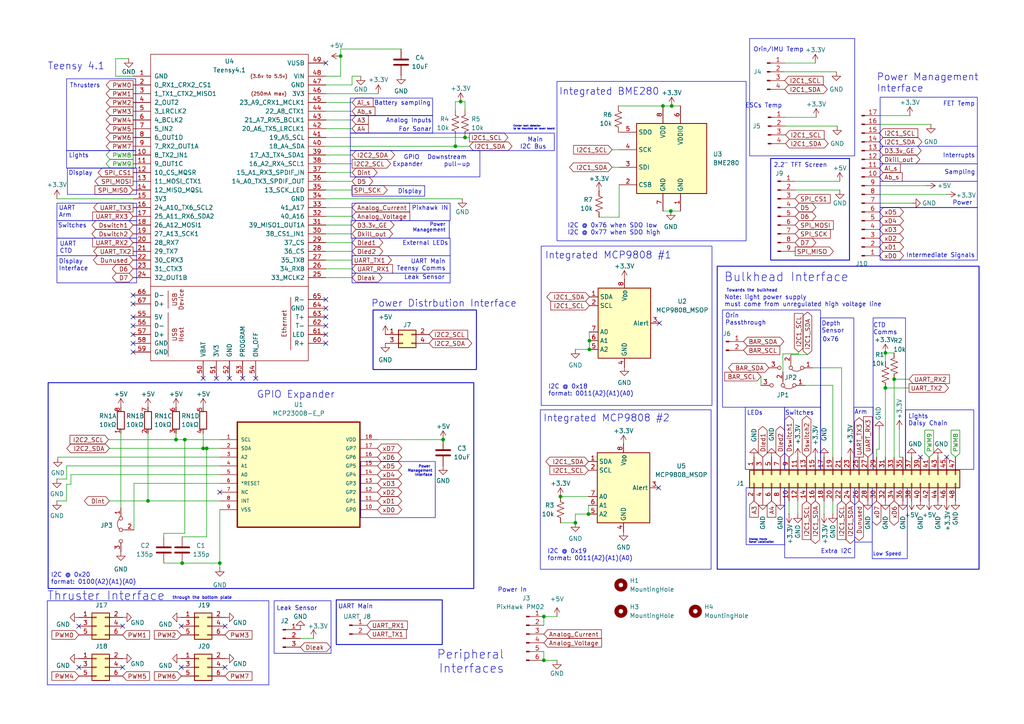
<source format=kicad_sch>
(kicad_sch (version 20231120) (generator "eeschema") (generator_version "8.0")
  (paper "A4")
  (junction (at 192.278 30.734))
  (junction (at 170.942 101.346))
  (junction (at 51.054 127.508))
  (junction (at 157.734 178.816))
  (junction (at 256.794 102.362))
  (junction (at 259.334 109.982))
  (junction (at 256.794 112.522))
  (junction (at 170.688 149.098))
  (junction (at 157.734 191.516))
  (junction (at 166.878 151.638))
  (junction (at 63.754 163.322))
  (junction (at 132.08 42.418))
  (junction (at 170.942 98.806))
  (junction (at 134.874 39.878))
  (junction (at 52.832 163.322))
  (junction (at 59.944 130.048))
  (junction (at 194.564 61.214))
  (junction (at 194.818 30.734))
  (junction (at 53.594 127.508))
  (junction (at 98.806 16.256))
  (junction (at 162.56 144.018))
  (junction (at 133.604 29.464))
  (junction (at 58.928 130.048))
  (junction (at 42.926 145.288))
  (junction (at 128.524 127.508))
  (no_connect (at 94.488 86.868))
  (no_connect (at 94.488 18.288))
  (no_connect (at 38.608 94.488))
  (no_connect (at 74.168 109.728))
  (no_connect (at 70.358 109.728))
  (no_connect (at 38.608 88.138))
  (no_connect (at 94.488 94.488))
  (no_connect (at 22.86 181.61))
  (no_connect (at 38.608 99.568))
  (no_connect (at 63.754 142.748))
  (no_connect (at 94.488 89.408))
  (no_connect (at 66.548 109.728))
  (no_connect (at 191.008 141.478))
  (no_connect (at 62.738 109.728))
  (no_connect (at 38.608 91.948))
  (no_connect (at 94.488 91.948))
  (no_connect (at 35.56 193.548))
  (no_connect (at 94.488 99.568))
  (no_connect (at 22.86 193.548))
  (no_connect (at 38.608 85.598))
  (no_connect (at 52.578 193.548))
  (no_connect (at 58.928 109.728))
  (no_connect (at 38.608 97.028))
  (no_connect (at 65.278 181.61))
  (no_connect (at 35.56 181.61))
  (no_connect (at 191.262 93.726))
  (no_connect (at 266.954 132.588))
  (no_connect (at 65.278 193.548))
  (no_connect (at 52.578 181.61))
  (no_connect (at 94.488 97.028))
  (no_connect (at 38.608 102.108))
  (no_connect (at 274.574 132.588))
  (wire (pts (xy 94.488 80.518) (xy 102.108 80.518)))
  (wire (pts (xy 194.564 61.214) (xy 197.358 61.214)))
  (wire (pts (xy 98.806 14.224) (xy 116.332 14.224)))
  (wire (pts (xy 94.488 29.718) (xy 102.108 29.718)))
  (wire (pts (xy 16.764 132.588) (xy 16.764 132.842)))
  (wire (pts (xy 98.806 16.256) (xy 98.806 22.098)))
  (wire (pts (xy 227.584 20.828) (xy 242.57 20.828)))
  (wire (pts (xy 94.488 62.738) (xy 102.108 62.738)))
  (wire (pts (xy 227.838 34.036) (xy 236.728 34.036)))
  (wire (pts (xy 235.712 106.68) (xy 244.094 106.68)))
  (wire (pts (xy 94.488 77.978) (xy 102.108 77.978)))
  (wire (pts (xy 63.754 164.592) (xy 63.754 163.322)))
  (wire (pts (xy 94.488 72.898) (xy 102.108 72.898)))
  (wire (pts (xy 20.574 137.668) (xy 20.574 140.462)))
  (wire (pts (xy 53.594 127.508) (xy 53.594 154.686)))
  (wire (pts (xy 16.764 132.588) (xy 63.754 132.588)))
  (wire (pts (xy 87.122 185.166) (xy 90.932 185.166)))
  (wire (pts (xy 19.304 135.128) (xy 63.754 135.128)))
  (wire (pts (xy 38.862 140.208) (xy 38.862 153.67)))
  (wire (pts (xy 228.854 145.288) (xy 228.854 149.098)))
  (wire (pts (xy 162.56 144.018) (xy 170.688 144.018)))
  (wire (pts (xy 94.488 47.498) (xy 102.108 47.498)))
  (wire (pts (xy 220.726 109.22) (xy 220.726 111.76)))
  (wire (pts (xy 194.818 30.734) (xy 197.358 30.734)))
  (wire (pts (xy 98.806 14.224) (xy 98.806 16.256)))
  (wire (pts (xy 94.488 39.878) (xy 134.874 39.878)))
  (wire (pts (xy 132.08 39.624) (xy 132.08 42.418)))
  (wire (pts (xy 170.942 98.806) (xy 170.942 101.346)))
  (wire (pts (xy 255.016 36.068) (xy 270.002 36.068)))
  (wire (pts (xy 19.304 140.462) (xy 19.304 145.288)))
  (wire (pts (xy 230.632 55.118) (xy 243.586 55.118)))
  (wire (pts (xy 19.304 135.128) (xy 19.304 138.938)))
  (wire (pts (xy 59.944 130.048) (xy 63.754 130.048)))
  (wire (pts (xy 162.56 151.638) (xy 166.878 151.638)))
  (wire (pts (xy 33.528 17.018) (xy 33.528 22.098)))
  (wire (pts (xy 255.016 58.928) (xy 264.414 58.928)))
  (wire (pts (xy 192.278 61.214) (xy 194.564 61.214)))
  (wire (pts (xy 63.754 140.208) (xy 38.862 140.208)))
  (wire (pts (xy 42.926 125.73) (xy 42.926 145.288)))
  (wire (pts (xy 157.734 178.816) (xy 161.544 178.816)))
  (wire (pts (xy 94.488 75.438) (xy 102.108 75.438)))
  (wire (pts (xy 234.188 102.87) (xy 229.362 102.87)))
  (wire (pts (xy 94.488 32.258) (xy 102.108 32.258)))
  (wire (pts (xy 177.546 43.434) (xy 179.578 43.434)))
  (wire (pts (xy 102.108 22.098) (xy 102.108 24.638)))
  (wire (pts (xy 227.584 18.288) (xy 236.474 18.288)))
  (wire (pts (xy 47.498 154.686) (xy 47.498 155.702)))
  (wire (pts (xy 241.554 145.288) (xy 241.554 149.098)))
  (wire (pts (xy 20.574 137.668) (xy 63.754 137.668)))
  (wire (pts (xy 256.794 112.522) (xy 263.652 112.522)))
  (wire (pts (xy 37.338 17.018) (xy 33.528 17.018)))
  (wire (pts (xy 157.734 191.516) (xy 161.544 191.516)))
  (wire (pts (xy 227.838 36.576) (xy 242.824 36.576)))
  (wire (pts (xy 132.08 32.004) (xy 132.08 29.464)))
  (wire (pts (xy 47.498 163.322) (xy 52.832 163.322)))
  (wire (pts (xy 166.878 149.098) (xy 170.688 149.098)))
  (wire (pts (xy 94.488 52.578) (xy 102.108 52.578)))
  (wire (pts (xy 231.648 102.108) (xy 231.648 102.616)))
  (wire (pts (xy 16.51 138.938) (xy 19.304 138.938)))
  (wire (pts (xy 136.144 42.418) (xy 132.08 42.418)))
  (wire (pts (xy 255.016 124.714) (xy 255.016 130.302)))
  (wire (pts (xy 255.016 56.388) (xy 274.574 56.388)))
  (wire (pts (xy 94.488 44.958) (xy 102.108 44.958)))
  (wire (pts (xy 241.554 132.588) (xy 241.554 111.76)))
  (wire (pts (xy 241.554 111.76) (xy 233.426 111.76)))
  (wire (pts (xy 255.016 130.302) (xy 254.254 130.302)))
  (wire (pts (xy 157.734 188.976) (xy 157.734 191.516)))
  (wire (pts (xy 16.51 57.658) (xy 38.608 57.658)))
  (wire (pts (xy 179.324 38.354) (xy 179.578 38.354)))
  (wire (pts (xy 102.108 22.098) (xy 104.648 22.098)))
  (wire (pts (xy 231.394 145.288) (xy 231.394 149.098)))
  (wire (pts (xy 256.794 102.362) (xy 259.334 102.362)))
  (wire (pts (xy 177.546 48.514) (xy 179.578 48.514)))
  (wire (pts (xy 259.334 109.982) (xy 263.652 109.982)))
  (wire (pts (xy 254.254 130.302) (xy 254.254 132.588)))
  (wire (pts (xy 31.75 130.048) (xy 58.928 130.048)))
  (wire (pts (xy 94.488 57.658) (xy 134.112 57.658)))
  (wire (pts (xy 35.052 125.73) (xy 35.052 147.32)))
  (wire (pts (xy 42.926 145.288) (xy 63.754 145.288)))
  (wire (pts (xy 134.874 39.878) (xy 134.874 39.624)))
  (wire (pts (xy 231.648 102.616) (xy 227.076 102.616)))
  (wire (pts (xy 52.832 155.702) (xy 59.944 155.702)))
  (wire (pts (xy 170.942 96.266) (xy 170.942 98.806)))
  (wire (pts (xy 239.014 149.098) (xy 239.014 145.288)))
  (wire (pts (xy 51.054 125.73) (xy 51.054 127.508)))
  (wire (pts (xy 53.594 154.686) (xy 47.498 154.686)))
  (wire (pts (xy 227.076 102.616) (xy 227.076 107.95)))
  (wire (pts (xy 31.75 145.288) (xy 42.926 145.288)))
  (wire (pts (xy 179.324 30.734) (xy 192.278 30.734)))
  (wire (pts (xy 134.874 29.464) (xy 134.874 32.004)))
  (wire (pts (xy 255.016 33.528) (xy 263.906 33.528)))
  (wire (pts (xy 192.278 30.734) (xy 194.818 30.734)))
  (wire (pts (xy 260.858 132.588) (xy 261.874 132.588)))
  (wire (pts (xy 102.108 24.638) (xy 94.488 24.638)))
  (wire (pts (xy 244.094 106.68) (xy 244.094 132.588)))
  (wire (pts (xy 53.594 127.508) (xy 63.754 127.508)))
  (wire (pts (xy 94.488 37.338) (xy 102.108 37.338)))
  (wire (pts (xy 256.794 102.362) (xy 256.794 104.902)))
  (wire (pts (xy 98.806 22.098) (xy 94.488 22.098)))
  (wire (pts (xy 179.578 62.992) (xy 173.736 62.992)))
  (wire (pts (xy 58.928 130.048) (xy 59.944 130.048)))
  (wire (pts (xy 166.878 151.638) (xy 166.878 149.098)))
  (wire (pts (xy 157.734 178.816) (xy 157.734 181.356)))
  (wire (pts (xy 259.334 109.982) (xy 259.334 132.588)))
  (wire (pts (xy 102.108 70.358) (xy 94.488 70.358)))
  (wire (pts (xy 132.08 42.418) (xy 94.488 42.418)))
  (wire (pts (xy 94.488 60.198) (xy 102.108 60.198)))
  (wire (pts (xy 268.732 53.848) (xy 255.016 53.848)))
  (wire (pts (xy 94.488 55.118) (xy 102.108 55.118)))
  (wire (pts (xy 31.496 127.508) (xy 51.054 127.508)))
  (wire (pts (xy 94.488 27.178) (xy 109.728 27.178)))
  (wire (pts (xy 58.928 125.73) (xy 58.928 130.048)))
  (wire (pts (xy 16.51 145.288) (xy 19.304 145.288)))
  (wire (pts (xy 33.528 22.098) (xy 38.608 22.098)))
  (wire (pts (xy 94.488 34.798) (xy 102.108 34.798)))
  (wire (pts (xy 59.944 130.048) (xy 59.944 155.702)))
  (wire (pts (xy 132.08 29.464) (xy 133.604 29.464)))
  (wire (pts (xy 109.474 127.508) (xy 128.524 127.508)))
  (wire (pts (xy 51.054 127.508) (xy 53.594 127.508)))
  (wire (pts (xy 166.878 101.346) (xy 170.942 101.346)))
  (wire (pts (xy 136.144 39.878) (xy 134.874 39.878)))
  (wire (pts (xy 20.574 140.462) (xy 19.304 140.462)))
  (wire (pts (xy 52.832 163.322) (xy 63.754 163.322)))
  (wire (pts (xy 230.632 52.578) (xy 243.586 52.578)))
  (wire (pts (xy 94.488 65.278) (xy 102.108 65.278)))
  (wire (pts (xy 170.688 146.558) (xy 170.688 149.098)))
  (wire (pts (xy 102.108 67.818) (xy 94.488 67.818)))
  (wire (pts (xy 256.794 112.522) (xy 256.794 132.588)))
  (wire (pts (xy 260.858 124.46) (xy 260.858 132.588)))
  (wire (pts (xy 179.578 53.594) (xy 179.578 62.992)))
  (wire (pts (xy 63.754 163.322) (xy 63.754 147.828)))
  (wire (pts (xy 133.604 29.464) (xy 134.874 29.464)))
  (wire (pts (xy 94.488 50.038) (xy 102.108 50.038)))
  (rectangle (start 97.536 173.99) (end 128.27 186.944) (stroke (width 0.254)))
  (rectangle (start 19.304 43.688) (end 39.37 48.768))
  (rectangle (start 223.52 45.974) (end 246.38 75.438) (stroke (width 0.254)))
  (rectangle (start 161.544 23.622) (end 216.408 69.85))
  (rectangle (start 255.27 52.578) (end 283.464 60.198))
  (rectangle (start 13.97 110.998) (end 137.414 170.688) (stroke (width 0.254)))
  (rectangle (start 13.716 174.244) (end 77.978 198.628))
  (rectangle (start 216.154 118.11) (end 227.584 136.144))
  (rectangle (start 102.108 58.928) (end 130.556 64.008))
  (rectangle (start 255.27 60.198) (end 283.464 75.438))
  (rectangle (start 227.584 118.11) (end 237.998 136.144))
  (rectangle (start 217.424 11.176) (end 247.904 45.212))
  (rectangle (start 255.27 28.194) (end 283.464 42.418))
  (rectangle (start 19.304 22.86) (end 39.37 43.688))
  (rectangle (start 156.718 118.872) (end 206.248 165.1))
  (rectangle (start 101.6 33.528) (end 125.476 38.608))
  (rectangle (start 108.204 89.916) (end 138.176 107.188) (stroke (width 0.254)))
  (rectangle (start 102.108 74.168) (end 130.556 79.248))
  (rectangle (start 253.238 92.202) (end 262.636 136.144))
  (rectangle (start 156.972 71.374) (end 206.502 117.602))
  (rectangle (start 102.108 69.088) (end 130.556 74.168))
  (rectangle (start 101.854 64.008) (end 130.302 69.088))
  (rectangle (start 216.408 141.478) (end 227.584 157.988))
  (rectangle (start 101.6 43.688) (end 139.192 51.308))
  (rectangle (start 262.636 118.872) (end 282.448 136.144))
  (rectangle (start 79.502 174.244) (end 96.012 189.484))
  (rectangle (start 255.27 42.418) (end 283.464 47.498))
  (rectangle (start 16.51 69.088) (end 39.624 74.168))
  (rectangle (start 19.558 48.768) (end 39.624 56.388))
  (rectangle (start 255.27 47.498) (end 283.464 52.578))
  (rectangle (start 247.904 141.478) (end 252.984 157.226))
  (rectangle (start 101.6 28.448) (end 125.476 33.528))
  (rectangle (start 102.108 53.848) (end 123.19 56.896))
  (rectangle (start 227.584 141.478) (end 247.904 161.798))
  (rectangle (start 101.6 38.608) (end 160.782 43.688))
  (rectangle (start 16.51 64.008) (end 39.624 69.088))
  (rectangle (start 209.55 89.916) (end 237.998 118.11))
  (rectangle (start 247.65 118.11) (end 253.238 136.144))
  (rectangle (start 104.648 133.858) (end 126.238 150.114))
  (rectangle (start 102.108 79.248) (end 130.556 82.042))
  (rectangle (start 16.51 58.928) (end 39.624 64.008))
  (rectangle (start 252.984 141.478) (end 263.144 162.052))
  (rectangle (start 208.026 77.216) (end 283.972 165.1) (stroke (width 0.254)))
  (rectangle (start 16.51 74.168) (end 39.624 82.042))
  (rectangle (start 237.998 92.202) (end 247.65 136.144))
  (text "UART Main\nTeensy Comms" (at 129.286 76.962 0) (effects (font (size 1.27 1.27)) (justify right)))
  (text "Switches" (at 16.764 65.532 0) (effects (font (size 1.27 1.27)) (justify left)))
  (text "Display \nInterface" (at 17.018 76.962 0) (effects (font (size 1.27 1.27)) (justify left)))
  (text "Power Management \nInterface" (at 254.254 24.13 0) (effects (font (size 2.032 2.032)) (justify left)))
  (text "Switches" (at 231.902 119.888 0) (effects (font (size 1.27 1.27))))
  (text "For Sonar" (at 115.57 37.592 0) (effects (font (size 1.27 1.27)) (justify left)))
  (text "Teensy 4.1" (at 22.098 19.304 0) (effects (font (size 2.032 2.032))))
  (text "Thrusters" (at 24.638 24.892 0) (effects (font (size 1.27 1.27))))
  (text "Arm" (at 249.682 119.634 0) (effects (font (size 1.27 1.27))))
  (text "Center leak detector \nto be mounted on lower board" (at 148.844 37.084 0) (effects (font (size 0.508 0.508)) (justify left)))
  (text "ESCs Temp" (at 221.488 30.734 0) (effects (font (size 1.27 1.27))))
  (text "Intermediate Signals" (at 272.796 74.168 0) (effects (font (size 1.27 1.27))))
  (text "Battery sampling" (at 124.968 29.972 0) (effects (font (size 1.27 1.27)) (justify right)))
  (text "Lights" (at 22.86 45.212 0) (effects (font (size 1.27 1.27))))
  (text "Power\nManagement" (at 129.286 66.04 0) (effects (font (size 1.016 1.016)) (justify right)))
  (text "Lights\nDaisy Chain" (at 263.398 121.92 0) (effects (font (size 1.27 1.27)) (justify left)))
  (text "Peripheral\nInterfaces" (at 146.304 192.024 0) (effects (font (size 2.54 2.54)) (justify right)))
  (text "Power Distrbution Interface" (at 128.778 88.138 0) (effects (font (size 2.032 2.032))))
  (text "Integrated BME280" (at 191.262 26.67 0) (effects (font (size 2.032 2.032)) (justify right)))
  (text "Display" (at 23.368 50.292 0) (effects (font (size 1.27 1.27))))
  (text "GPIO Expander" (at 74.422 114.554 0) (effects (font (size 2.032 2.032)) (justify left)))
  (text "Extra I2C" (at 242.57 160.02 0) (effects (font (size 1.27 1.27))))
  (text "Power" (at 279.146 58.928 0) (effects (font (size 1.27 1.27))))
  (text "Note: light power supply \nmust come from unregulated high voltage line" (at 210.058 87.376 0) (effects (font (size 1.27 1.27)) (justify left)))
  (text "I2C @ 0x76 when SDO low\nI2C @ 0x77 when SDO high" (at 164.592 66.548 0) (effects (font (size 1.27 1.27)) (justify left)))
  (text "Bulkhead Interface" (at 228.092 80.518 0) (effects (font (size 2.54 2.54))))
  (text "Low Speed" (at 257.302 160.782 0) (effects (font (size 1.016 1.016))))
  (text "Sampling" (at 278.384 50.038 0) (effects (font (size 1.27 1.27))))
  (text "Leak Sensor" (at 129.032 80.518 0) (effects (font (size 1.27 1.27)) (justify right)))
  (text "Pixhawk IN" (at 130.048 60.452 0) (effects (font (size 1.27 1.27)) (justify right)))
  (text "Orin/IMU Temp" (at 225.806 14.478 0) (effects (font (size 1.27 1.27))))
  (text "External LEDs" (at 130.048 70.612 0) (effects (font (size 1.27 1.27)) (justify right)))
  (text "I2C @ 0x18\nformat: 0011(A2)(A1)(A0)" (at 159.004 113.284 0) (effects (font (size 1.27 1.27)) (justify left)))
  (text "I2C @ 0x19\nformat: 0011(A2)(A1)(A0)" (at 158.75 161.036 0) (effects (font (size 1.27 1.27)) (justify left)))
  (text "Power In" (at 148.59 171.196 0) (effects (font (size 1.27 1.27))))
  (text "Thruster Interface" (at 30.734 172.974 0) (effects (font (size 2.54 2.54))))
  (text "Analog Inputs\nSonar Localization" (at 217.17 156.972 0) (effects (font (size 0.508 0.508)) (justify left)))
  (text "Interrupts" (at 278.13 45.212 0) (effects (font (size 1.27 1.27))))
  (text "Downstream \npull-up" (at 136.398 46.736 0) (effects (font (size 1.27 1.27)) (justify right)))
  (text "UART Main" (at 103.124 176.022 0) (effects (font (size 1.27 1.27))))
  (text "Leak Sensor" (at 86.106 176.53 0) (effects (font (size 1.27 1.27))))
  (text "CTD\nComms" (at 253.238 95.504 0) (effects (font (size 1.27 1.27)) (justify left)))
  (text "GPIO \nExpander" (at 122.682 46.736 0) (effects (font (size 1.27 1.27)) (justify right)))
  (text "Power \nManagement\nInterface" (at 125.476 136.652 0) (effects (font (size 0.762 0.762)) (justify right)))
  (text "I2C @ 0x20\nformat: 0100(A2)(A1)(A0)" (at 14.732 167.894 0) (effects (font (size 1.27 1.27)) (justify left)))
  (text "UART\nCTD" (at 17.272 71.882 0) (effects (font (size 1.27 1.27)) (justify left)))
  (text "0x76" (at 238.506 98.552 0) (effects (font (size 1.27 1.27)) (justify left)))
  (text "Main \nI2C Bus" (at 158.496 41.656 0) (effects (font (size 1.27 1.27)) (justify right)))
  (text "Integrated MCP9808 #1" (at 194.818 74.168 0) (effects (font (size 2.032 2.032)) (justify right)))
  (text "Orin \nPassthrough" (at 210.312 92.71 0) (effects (font (size 1.27 1.27)) (justify left)))
  (text "LEDs" (at 218.948 119.888 0) (effects (font (size 1.27 1.27))))
  (text "Integrated MCP9808 #2" (at 194.31 121.412 0) (effects (font (size 2.032 2.032)) (justify right)))
  (text "UART\nArm" (at 17.018 61.468 0) (effects (font (size 1.27 1.27)) (justify left)))
  (text "through the bottom plate" (at 67.31 173.482 0) (effects (font (size 0.889 0.889)) (justify right)))
  (text "FET Temp" (at 278.13 30.226 0) (effects (font (size 1.27 1.27))))
  (text "Analog Inputs" (at 125.222 35.052 0) (effects (font (size 1.27 1.27)) (justify right)))
  (text "Towards the bulkhead" (at 225.552 84.328 0) (effects (font (size 0.889 0.889)) (justify right)))
  (text "2.2\" TFT Screen" (at 232.156 48.006 0) (effects (font (size 1.27 1.27))))
  (text "Display" (at 118.872 55.626 0) (effects (font (size 1.27 1.27))))
  (text "Depth\nSensor" (at 238.252 94.996 0) (effects (font (size 1.27 1.27)) (justify left)))
  (global_label "UART_TX1" (shape output) (at 102.108 75.438 0) (property "Intersheetrefs" "${INTERSHEET_REFS}" (effects (hide yes))))
  (global_label "xD5" (shape bidirectional) (at 255.016 61.468 0) (property "Intersheetrefs" "${INTERSHEET_REFS}" (effects (hide yes))))
  (global_label "SPI_CS1" (shape input) (at 230.632 57.658 0) (property "Intersheetrefs" "${INTERSHEET_REFS}" (effects (hide yes))))
  (global_label "SPI_MOSI" (shape input) (at 230.632 65.278 0) (property "Intersheetrefs" "${INTERSHEET_REFS}" (effects (hide yes))))
  (global_label "I2C1_SCL" (shape input) (at 227.838 39.116 0) (property "Intersheetrefs" "${INTERSHEET_REFS}" (effects (hide yes))))
  (global_label "Dled1" (shape bidirectional) (at 221.234 132.588 90) (property "Intersheetrefs" "${INTERSHEET_REFS}" (effects (hide yes))))
  (global_label "UART_TX1" (shape input) (at 106.426 183.896 0) (property "Intersheetrefs" "${INTERSHEET_REFS}" (effects (hide yes))))
  (global_label "A3" (shape input) (at 218.694 145.288 270) (property "Intersheetrefs" "${INTERSHEET_REFS}" (effects (hide yes))))
  (global_label "PWM7" (shape output) (at 38.608 42.418 180) (property "Intersheetrefs" "${INTERSHEET_REFS}" (effects (hide yes))))
  (global_label "xD3" (shape bidirectional) (at 255.016 66.548 0) (property "Intersheetrefs" "${INTERSHEET_REFS}" (effects (hide yes))))
  (global_label "xD0" (shape bidirectional) (at 109.474 147.828 0) (property "Intersheetrefs" "${INTERSHEET_REFS}" (effects (hide yes))))
  (global_label "PWM5" (shape input) (at 35.56 196.088 0) (property "Intersheetrefs" "${INTERSHEET_REFS}" (effects (hide yes))))
  (global_label "A4" (shape input) (at 102.108 37.338 0) (property "Intersheetrefs" "${INTERSHEET_REFS}" (effects (hide yes))))
  (global_label "xD1" (shape bidirectional) (at 109.474 145.288 0) (property "Intersheetrefs" "${INTERSHEET_REFS}" (effects (hide yes))))
  (global_label "Dled1" (shape bidirectional) (at 102.108 70.358 0) (property "Intersheetrefs" "${INTERSHEET_REFS}" (effects (hide yes))))
  (global_label "Dled2" (shape bidirectional) (at 226.314 132.588 90) (property "Intersheetrefs" "${INTERSHEET_REFS}" (effects (hide yes))))
  (global_label "UART_TX3" (shape output) (at 38.608 60.198 180) (property "Intersheetrefs" "${INTERSHEET_REFS}" (effects (hide yes))))
  (global_label "Dswitch2" (shape bidirectional) (at 38.608 67.818 180) (property "Intersheetrefs" "${INTERSHEET_REFS}" (effects (hide yes))))
  (global_label "D5" (shape bidirectional) (at 102.108 52.578 0) (property "Intersheetrefs" "${INTERSHEET_REFS}" (effects (hide yes))))
  (global_label "I2C1_SDA" (shape bidirectional) (at 170.942 86.106 180) (property "Intersheetrefs" "${INTERSHEET_REFS}" (effects (hide yes))))
  (global_label "I2C1_SDA" (shape bidirectional) (at 177.546 48.514 180) (property "Intersheetrefs" "${INTERSHEET_REFS}" (effects (hide yes))))
  (global_label "D7" (shape bidirectional) (at 230.632 70.358 0) (property "Intersheetrefs" "${INTERSHEET_REFS}" (effects (hide yes))))
  (global_label "xD6" (shape bidirectional) (at 109.474 132.588 0) (property "Intersheetrefs" "${INTERSHEET_REFS}" (effects (hide yes))))
  (global_label "PWM9" (shape input) (at 269.494 132.588 90) (property "Intersheetrefs" "${INTERSHEET_REFS}" (effects (hide yes))))
  (global_label "Ab_s" (shape input) (at 102.108 32.258 0) (property "Intersheetrefs" "${INTERSHEET_REFS}" (effects (hide yes))))
  (global_label "D5" (shape bidirectional) (at 230.632 60.198 0) (property "Intersheetrefs" "${INTERSHEET_REFS}" (effects (hide yes))))
  (global_label "I2C1_SDA" (shape bidirectional) (at 227.838 41.656 0) (property "Intersheetrefs" "${INTERSHEET_REFS}" (effects (hide yes))))
  (global_label "PWM8" (shape input) (at 277.114 132.588 90) (property "Intersheetrefs" "${INTERSHEET_REFS}" (effects (hide yes))))
  (global_label "Ab_s" (shape input) (at 255.016 51.308 0) (property "Intersheetrefs" "${INTERSHEET_REFS}" (effects (hide yes))))
  (global_label "I2C1_SCL" (shape input) (at 244.094 145.288 270) (property "Intersheetrefs" "${INTERSHEET_REFS}" (effects (hide yes))))
  (global_label "I2C1_SDA" (shape bidirectional) (at 236.474 145.288 270) (property "Intersheetrefs" "${INTERSHEET_REFS}" (effects (hide yes))))
  (global_label "Dint" (shape bidirectional) (at 31.75 145.288 180) (property "Intersheetrefs" "${INTERSHEET_REFS}" (effects (hide yes))))
  (global_label "Dleak" (shape bidirectional) (at 102.108 80.518 0) (property "Intersheetrefs" "${INTERSHEET_REFS}" (effects (hide yes))))
  (global_label "xD4" (shape bidirectional) (at 255.016 64.008 0) (property "Intersheetrefs" "${INTERSHEET_REFS}" (effects (hide yes))))
  (global_label "PWM9" (shape output) (at 38.608 47.498 180) (property "Intersheetrefs" "${INTERSHEET_REFS}" (effects (hide yes))))
  (global_label "PWM7" (shape input) (at 65.278 196.088 0) (property "Intersheetrefs" "${INTERSHEET_REFS}" (effects (hide yes))))
  (global_label "PWM0" (shape input) (at 22.86 184.15 180) (property "Intersheetrefs" "${INTERSHEET_REFS}" (effects (hide yes))))
  (global_label "xD0" (shape bidirectional) (at 255.016 74.168 0) (property "Intersheetrefs" "${INTERSHEET_REFS}" (effects (hide yes))))
  (global_label "UART_RX3" (shape input) (at 251.714 132.588 90) (property "Intersheetrefs" "${INTERSHEET_REFS}" (effects (hide yes))))
  (global_label "xD3" (shape bidirectional) (at 109.474 140.208 0) (property "Intersheetrefs" "${INTERSHEET_REFS}" (effects (hide yes))))
  (global_label "I2C1_SCL" (shape input) (at 170.942 88.646 180) (property "Intersheetrefs" "${INTERSHEET_REFS}" (effects (hide yes))))
  (global_label "I2C2_SDA" (shape bidirectional) (at 102.108 44.958 0) (property "Intersheetrefs" "${INTERSHEET_REFS}" (effects (hide yes))))
  (global_label "BAR_SDA" (shape bidirectional) (at 215.646 99.06 0) (property "Intersheetrefs" "${INTERSHEET_REFS}" (effects (hide yes))))
  (global_label "xD7" (shape bidirectional) (at 109.474 130.048 0) (property "Intersheetrefs" "${INTERSHEET_REFS}" (effects (hide yes))))
  (global_label "UART_RX2" (shape input) (at 263.652 109.982 0) (property "Intersheetrefs" "${INTERSHEET_REFS}" (effects (hide yes))))
  (global_label "SPI_MISO" (shape input) (at 38.608 55.118 180) (property "Intersheetrefs" "${INTERSHEET_REFS}" (effects (hide yes))))
  (global_label "SPI_SCK" (shape input) (at 230.632 67.818 0) (property "Intersheetrefs" "${INTERSHEET_REFS}" (effects (hide yes))))
  (global_label "I2C1_SDA" (shape bidirectional) (at 227.584 25.908 0) (property "Intersheetrefs" "${INTERSHEET_REFS}" (effects (hide yes))))
  (global_label "I2C1_SCL" (shape input) (at 233.934 145.288 270) (property "Intersheetrefs" "${INTERSHEET_REFS}" (effects (hide yes))))
  (global_label "D7" (shape bidirectional) (at 38.608 80.518 180) (property "Intersheetrefs" "${INTERSHEET_REFS}" (effects (hide yes))))
  (global_label "Dkill_out" (shape bidirectional) (at 255.016 46.228 0) (property "Intersheetrefs" "${INTERSHEET_REFS}" (effects (hide yes))))
  (global_label "Dswitch1" (shape bidirectional) (at 38.608 65.278 180) (property "Intersheetrefs" "${INTERSHEET_REFS}" (effects (hide yes))))
  (global_label "xD2" (shape bidirectional) (at 109.474 142.748 0) (property "Intersheetrefs" "${INTERSHEET_REFS}" (effects (hide yes))))
  (global_label "PWM4" (shape output) (at 38.608 34.798 180) (property "Intersheetrefs" "${INTERSHEET_REFS}" (effects (hide yes))))
  (global_label "PWM2" (shape input) (at 52.578 184.15 180) (property "Intersheetrefs" "${INTERSHEET_REFS}" (effects (hide yes))))
  (global_label "Analog_Current" (shape input) (at 157.734 183.896 0) (property "Intersheetrefs" "${INTERSHEET_REFS}" (effects (hide yes))))
  (global_label "I2C1_SCL" (shape input) (at 227.584 23.368 0) (property "Intersheetrefs" "${INTERSHEET_REFS}" (effects (hide yes))))
  (global_label "Analog_Voltage" (shape input) (at 157.734 186.436 0) (property "Intersheetrefs" "${INTERSHEET_REFS}" (effects (hide yes))))
  (global_label "D6" (shape bidirectional) (at 230.632 62.738 0) (property "Intersheetrefs" "${INTERSHEET_REFS}" (effects (hide yes))))
  (global_label "I2C2_SDA" (shape bidirectional) (at 31.75 130.048 180) (property "Intersheetrefs" "${INTERSHEET_REFS}" (effects (hide yes))))
  (global_label "I2C1_SDA" (shape bidirectional) (at 136.144 42.418 0) (property "Intersheetrefs" "${INTERSHEET_REFS}" (effects (hide yes))))
  (global_label "Ai_s" (shape input) (at 255.016 48.768 0) (property "Intersheetrefs" "${INTERSHEET_REFS}" (effects (hide yes))))
  (global_label "I2C1_SCL" (shape input) (at 231.648 102.108 90) (property "Intersheetrefs" "${INTERSHEET_REFS}" (effects (hide yes))))
  (global_label "Dled2" (shape bidirectional) (at 102.108 72.898 0) (property "Intersheetrefs" "${INTERSHEET_REFS}" (effects (hide yes))))
  (global_label "I2C2_SCL" (shape output) (at 102.108 47.498 0) (property "Intersheetrefs" "${INTERSHEET_REFS}" (effects (hide yes))))
  (global_label "xD4" (shape bidirectional) (at 109.474 137.668 0) (property "Intersheetrefs" "${INTERSHEET_REFS}" (effects (hide yes))))
  (global_label "Analog_Voltage" (shape input) (at 102.108 62.738 0) (property "Intersheetrefs" "${INTERSHEET_REFS}" (effects (hide yes))))
  (global_label "BAR_SCL" (shape input) (at 215.646 101.6 0) (property "Intersheetrefs" "${INTERSHEET_REFS}" (effects (hide yes))))
  (global_label "I2C2_SDA" (shape bidirectional) (at 124.46 99.568 0) (property "Intersheetrefs" "${INTERSHEET_REFS}" (effects (hide yes))))
  (global_label "I2C1_SCL" (shape input) (at 170.688 136.398 180) (property "Intersheetrefs" "${INTERSHEET_REFS}" (effects (hide yes))))
  (global_label "Dunused" (shape bidirectional) (at 249.174 145.288 270) (property "Intersheetrefs" "${INTERSHEET_REFS}" (effects (hide yes))))
  (global_label "Analog_Current" (shape input) (at 102.108 60.198 0) (property "Intersheetrefs" "${INTERSHEET_REFS}" (effects (hide yes))))
  (global_label "xD7" (shape bidirectional) (at 254.254 145.288 270) (property "Intersheetrefs" "${INTERSHEET_REFS}" (effects (hide yes))))
  (global_label "PWM0" (shape output) (at 38.608 24.638 180) (property "Intersheetrefs" "${INTERSHEET_REFS}" (effects (hide yes))))
  (global_label "UART_RX1" (shape input) (at 106.426 181.356 0) (property "Intersheetrefs" "${INTERSHEET_REFS}" (effects (hide yes))))
  (global_label "xD5" (shape bidirectional) (at 109.474 135.128 0) (property "Intersheetrefs" "${INTERSHEET_REFS}" (effects (hide yes))))
  (global_label "I2C1_SCL" (shape input) (at 255.016 38.608 0) (property "Intersheetrefs" "${INTERSHEET_REFS}" (effects (hide yes))))
  (global_label "D3.3v_GE" (shape bidirectional) (at 102.108 65.278 0) (property "Intersheetrefs" "${INTERSHEET_REFS}" (effects (hide yes))))
  (global_label "I2C1_SDA" (shape bidirectional) (at 234.188 102.87 90) (property "Intersheetrefs" "${INTERSHEET_REFS}" (effects (hide yes))))
  (global_label "SPI_CS1" (shape output) (at 38.608 50.038 180) (property "Intersheetrefs" "${INTERSHEET_REFS}" (effects (hide yes))))
  (global_label "Dint" (shape bidirectional) (at 102.108 50.038 0) (property "Intersheetrefs" "${INTERSHEET_REFS}" (effects (hide yes))))
  (global_label "A3" (shape input) (at 102.108 34.798 0) (property "Intersheetrefs" "${INTERSHEET_REFS}" (effects (hide yes))))
  (global_label "UART_TX2" (shape output) (at 38.608 72.898 180) (property "Intersheetrefs" "${INTERSHEET_REFS}" (effects (hide yes))))
  (global_label "SPI_MISO" (shape output) (at 230.632 72.898 0) (property "Intersheetrefs" "${INTERSHEET_REFS}" (effects (hide yes))))
  (global_label "PWM4" (shape input) (at 22.86 196.088 180) (property "Intersheetrefs" "${INTERSHEET_REFS}" (effects (hide yes))))
  (global_label "A4" (shape input) (at 223.774 145.288 270) (property "Intersheetrefs" "${INTERSHEET_REFS}" (effects (hide yes))))
  (global_label "PWM6" (shape input) (at 52.578 196.088 180) (property "Intersheetrefs" "${INTERSHEET_REFS}" (effects (hide yes))))
  (global_label "PWM2" (shape output) (at 38.608 29.718 180) (property "Intersheetrefs" "${INTERSHEET_REFS}" (effects (hide yes))))
  (global_label "I2C2_SCL" (shape input) (at 31.496 127.508 180) (property "Intersheetrefs" "${INTERSHEET_REFS}" (effects (hide yes))))
  (global_label "I2C1_SCL" (shape input) (at 177.546 43.434 180) (property "Intersheetrefs" "${INTERSHEET_REFS}" (effects (hide yes))))
  (global_label "Ai_s" (shape input) (at 102.108 29.718 0) (property "Intersheetrefs" "${INTERSHEET_REFS}" (effects (hide yes))))
  (global_label "SPI_SCK" (shape output) (at 102.108 55.118 0) (property "Intersheetrefs" "${INTERSHEET_REFS}" (effects (hide yes))))
  (global_label "PWM6" (shape output) (at 38.608 39.878 180) (property "Intersheetrefs" "${INTERSHEET_REFS}" (effects (hide yes))))
  (global_label "I2C1_SDA" (shape bidirectional) (at 170.688 133.858 180) (property "Intersheetrefs" "${INTERSHEET_REFS}" (effects (hide yes))))
  (global_label "UART_RX2" (shape input) (at 38.608 70.358 180) (property "Intersheetrefs" "${INTERSHEET_REFS}" (effects (hide yes))))
  (global_label "PWM3" (shape output) (at 38.608 32.258 180) (property "Intersheetrefs" "${INTERSHEET_REFS}" (effects (hide yes))))
  (global_label "D6" (shape bidirectional) (at 38.608 77.978 180) (property "Intersheetrefs" "${INTERSHEET_REFS}" (effects (hide yes))))
  (global_label "I2C2_SCL" (shape input) (at 124.46 97.028 0) (property "Intersheetrefs" "${INTERSHEET_REFS}" (effects (hide yes))))
  (global_label "PWM3" (shape input) (at 65.278 184.15 0) (property "Intersheetrefs" "${INTERSHEET_REFS}" (effects (hide yes))))
  (global_label "Dkill_out" (shape bidirectional) (at 102.108 67.818 0) (property "Intersheetrefs" "${INTERSHEET_REFS}" (effects (hide yes))))
  (global_label "I2C1_SDA" (shape bidirectional) (at 246.634 145.288 270) (property "Intersheetrefs" "${INTERSHEET_REFS}" (effects (hide yes))))
  (global_label "PWM5" (shape output) (at 38.608 37.338 180) (property "Intersheetrefs" "${INTERSHEET_REFS}" (effects (hide yes))))
  (global_label "SPI_MOSI" (shape output) (at 38.608 52.578 180) (property "Intersheetrefs" "${INTERSHEET_REFS}" (effects (hide yes))))
  (global_label "BAR_SCL" (shape input) (at 220.726 109.22 180) (property "Intersheetrefs" "${INTERSHEET_REFS}" (effects (hide yes))))
  (global_label "Dunused" (shape bidirectional) (at 38.608 75.438 180) (property "Intersheetrefs" "${INTERSHEET_REFS}" (effects (hide yes))))
  (global_label "D3.3v_GE" (shape bidirectional) (at 255.016 43.688 0) (property "Intersheetrefs" "${INTERSHEET_REFS}" (effects (hide yes))))
  (global_label "UART_RX1" (shape input) (at 102.108 77.978 0) (property "Intersheetrefs" "${INTERSHEET_REFS}" (effects (hide yes))))
  (global_label "xD1" (shape bidirectional) (at 255.016 71.628 0) (property "Intersheetrefs" "${INTERSHEET_REFS}" (effects (hide yes))))
  (global_label "I2C1_SDA" (shape bidirectional) (at 255.016 41.148 0) (property "Intersheetrefs" "${INTERSHEET_REFS}" (effects (hide yes))))
  (global_label "UART_TX3" (shape output) (at 249.174 132.588 90) (property "Intersheetrefs" "${INTERSHEET_REFS}" (effects (hide yes))))
  (global_label "PWM1" (shape input) (at 35.56 184.15 0) (property "Intersheetrefs" "${INTERSHEET_REFS}" (effects (hide yes))))
  (global_label "xD2" (shape bidirectional) (at 255.016 69.088 0) (property "Intersheetrefs" "${INTERSHEET_REFS}" (effects (hide yes))))
  (global_label "Dswitch1" (shape bidirectional) (at 228.854 132.588 90) (property "Intersheetrefs" "${INTERSHEET_REFS}" (effects (hide yes))))
  (global_label "BAR_SDA" (shape bidirectional) (at 223.012 106.68 180) (property "Intersheetrefs" "${INTERSHEET_REFS}" (effects (hide yes))))
  (global_label "UART_TX2" (shape output) (at 263.652 112.522 0) (property "Intersheetrefs" "${INTERSHEET_REFS}" (effects (hide yes))))
  (global_label "PWM8" (shape output) (at 38.608 44.958 180) (property "Intersheetrefs" "${INTERSHEET_REFS}" (effects (hide yes))))
  (global_label "PWM1" (shape output) (at 38.608 27.178 180) (property "Intersheetrefs" "${INTERSHEET_REFS}" (effects (hide yes))))
  (global_label "Dleak" (shape bidirectional) (at 87.122 187.706 0) (property "Intersheetrefs" "${INTERSHEET_REFS}" (effects (hide yes))))
  (global_label "xD6" (shape bidirectional) (at 259.334 145.288 270) (property "Intersheetrefs" "${INTERSHEET_REFS}" (effects (hide yes))))
  (global_label "I2C1_SCL" (shape output) (at 136.144 39.878 0) (property "Intersheetrefs" "${INTERSHEET_REFS}" (effects (hide yes))))
  (global_label "Dswitch2" (shape bidirectional) (at 233.934 132.588 90) (property "Intersheetrefs" "${INTERSHEET_REFS}" (effects (hide yes))))
  (global_label "UART_RX3" (shape input) (at 38.608 62.738 180) (property "Intersheetrefs" "${INTERSHEET_REFS}" (effects (hide yes))))
  (symbol (lib_id "power:GND") (at 231.394 149.098 0) (unit 1)
    (property "Reference" "#PWR038" (effects (hide yes)))
    (property "Value" "GND" (at 231.394 154.178 90))
    (property "Description" "Power symbol creates a global label with name \"GND\" , ground" (effects (hide yes)))
  )
  (symbol (lib_id "power:GND") (at 65.278 179.07 90) (mirror x) (unit 1)
    (property "Reference" "#PWR083" (effects (hide yes)))
    (property "Value" "GND" (at 69.596 180.594 90))
    (property "Description" "Power symbol creates a global label with name \"GND\" , ground" (effects (hide yes)))
  )
  (symbol (lib_id "power:+3.3V") (at 133.604 29.464 0) (unit 1)
    (property "Reference" "#PWR015" (effects (hide yes)))
    (property "Value" "+3.3V" (at 133.604 25.654 0))
    (property "Description" "Power symbol creates a global label with name \"+3.3V\"" (effects (hide yes)))
  )
  (symbol (lib_id "power:GND") (at 166.878 101.346 0) (unit 1)
    (property "Reference" "#PWR048" (effects (hide yes)))
    (property "Value" "GND" (at 166.878 105.918 0))
    (property "Description" "Power symbol creates a global label with name \"GND\" , ground" (effects (hide yes)))
  )
  (symbol (lib_id "Jumper:Jumper_3_Bridged12") (at 229.362 106.68 180) (unit 1) (exclude_from_sim yes) (in_bom no)
    (property "Reference" "JP2" (at 229.362 109.474 0))
    (property "Value" "Jumper_3_Bridged12" (effects (hide yes)))
    (property "Footprint" "Jumper:SolderJumper-3_P1.3mm_Bridged2Bar12_RoundedPad1.0x1.5mm" (effects (hide yes)))
    (property "Description" "Jumper, 3-pole, pins 1+2 closed/bridged" (effects (hide yes)))
  )
  (symbol (lib_id "Connector_Generic:Conn_02x03_Odd_Even") (at 27.94 193.548 0) (unit 1)
    (property "Reference" "J18" (at 29.464 187.452 0))
    (property "Value" "Conn_02x03_Odd_Even" (effects (hide yes)))
    (property "Footprint" "Connector_PinHeader_2.54mm:PinHeader_2x03_P2.54mm_Vertical" (effects (hide yes)))
    (property "Description" "Generic connector, double row, 02x03, odd/even pin numbering scheme (row 1 odd numbers, row 2 even numbers), script generated (kicad-library-utils/schlib/autogen/connector/)" (effects (hide yes)))
  )
  (symbol (lib_id "power:+5V") (at 268.732 53.848 270) (unit 1)
    (property "Reference" "#PWR07" (effects (hide yes)))
    (property "Value" "+5V" (at 271.78 53.848 90) (effects (justify left)))
    (property "Description" "Power symbol creates a global label with name \"+5V\"" (effects (hide yes)))
  )
  (symbol (lib_id "Lab_3:R_Pack04_Split") (at 58.928 121.92 0) (unit 4)
    (property "Reference" "RN1" (at 52.578 120.65 0) (effects (justify left)))
    (property "Value" "10kΩ" (at 52.578 123.19 0) (effects (justify left)))
    (property "Footprint" "Resistor_SMD:R_Array_Convex_4x0612" (effects (hide yes)))
    (property "Description" "10k Ohm ±5% 62.5mW Power Per Element Isolated 4 Resistor Network/Array ±200ppm/°C 1206 (3216 Metric), Convex, Long Side Terminals" (effects (hide yes)))
    (property "Vendor" "DigiKey" (effects (hide yes)))
    (property "Vendor P/N" "CAY16-103J4LFCT-ND " (effects (hide yes)))
    (property "Mfr" "Bourns Inc." (effects (hide yes)))
    (property "Mfr P/N" "CAY16-103J4LF" (effects (hide yes)))
    (property "Supplier 1" "https://www.digikey.com/en/products/detail/bourns-inc/CAY16-103J4LF/431579" (effects (hide yes)))
    (property "Supplier 1 P/N" "CAY16-103J4LFCT-ND" (effects (hide yes)))
  )
  (symbol (lib_id "power:+5V") (at 128.524 127.508 0) (unit 1)
    (property "Reference" "#PWR042" (effects (hide yes)))
    (property "Value" "+5V" (at 128.524 123.698 0))
    (property "Description" "Power symbol creates a global label with name \"+5V\"" (effects (hide yes)))
  )
  (symbol (lib_id "Connector:Conn_01x09_Pin") (at 225.552 62.738 0) (unit 1)
    (property "Reference" "J9" (at 226.06 50.292 0))
    (property "Value" "Conn_01x09_Pin" (effects (hide yes)))
    (property "Footprint" "Connector_PinHeader_2.54mm:PinHeader_1x09_P2.54mm_Vertical" (effects (hide yes)))
    (property "Description" "Generic connector, single row, 01x09, script generated" (effects (hide yes)))
  )
  (symbol (lib_id "power:GND") (at 181.102 106.426 0) (unit 1)
    (property "Reference" "#PWR040" (effects (hide yes)))
    (property "Value" "GND" (at 181.102 110.998 0))
    (property "Description" "Power symbol creates a global label with name \"GND\" , ground" (effects (hide yes)))
  )
  (symbol (lib_id "Connector:Conn_01x04_Pin") (at 222.758 36.576 0) (unit 1)
    (property "Reference" "J5" (at 219.456 36.576 0))
    (property "Value" "BUS2" (effects (hide yes)))
    (property "Footprint" "Connector_PinSocket_2.54mm:PinSocket_1x04_P2.54mm_Vertical" (effects (hide yes)))
    (property "Description" "Generic connector, single row, 01x04, script generated" (effects (hide yes)))
  )
  (symbol (lib_id "power:GND") (at 116.332 21.844 0) (unit 1)
    (property "Reference" "#PWR059" (effects (hide yes)))
    (property "Value" "GND" (at 116.332 26.416 0))
    (property "Description" "Power symbol creates a global label with name \"GND\" , ground" (effects (hide yes)))
  )
  (symbol (lib_id "Device:C") (at 47.498 159.512 0) (mirror y) (unit 1)
    (property "Reference" "C2" (at 43.434 158.2419 0) (effects (justify left)))
    (property "Value" "135p" (at 44.45 160.782 0) (effects (justify left)))
    (property "Footprint" "Capacitor_SMD:C_0603_1608Metric_Pad1.08x0.95mm_HandSolder" (effects (hide yes)))
    (property "Description" "Unpolarized capacitor" (effects (hide yes)))
    (property "Supplier 1" "https://www.digikey.com/en/products/detail/murata-electronics/GRM1885C1H101JA01D/586921" (effects (hide yes)))
    (property "Supplier 1 S/N" "490-1427-1-ND" (effects (hide yes)))
  )
  (symbol (lib_id "power:GND") (at 266.954 145.288 0) (unit 1)
    (property "Reference" "#PWR076" (effects (hide yes)))
    (property "Value" "GND" (at 266.954 151.638 90))
    (property "Description" "Power symbol creates a global label with name \"GND\" , ground" (effects (hide yes)))
  )
  (symbol (lib_id "power:GND") (at 221.234 145.288 0) (unit 1)
    (property "Reference" "#PWR035" (effects (hide yes)))
    (property "Value" "GND" (at 221.234 151.638 90))
    (property "Description" "Power symbol creates a global label with name \"GND\" , ground" (effects (hide yes)))
  )
  (symbol (lib_id "Device:R_US") (at 259.334 106.172 0) (mirror y) (unit 1)
    (property "Reference" "R2" (at 259.08 98.806 0) (effects (justify right)))
    (property "Value" "10k" (at 259.08 101.346 0) (effects (justify right)))
    (property "Footprint" "Resistor_SMD:R_0805_2012Metric_Pad1.20x1.40mm_HandSolder" (effects (hide yes)))
    (property "Description" "Resistor, US symbol" (effects (hide yes)))
    (property "Supplier 1" "https://www.digikey.com/en/products/detail/panasonic-electronic-components/ERJ-6GEYJ103V/83062" (effects (hide yes)))
    (property "Supplier 1 S/N" "P10KACT-ND" (effects (hide yes)))
  )
  (symbol (lib_id "power:+3.3V") (at 173.736 55.372 0) (unit 1)
    (property "Reference" "#PWR068" (effects (hide yes)))
    (property "Value" "+3.3V" (at 173.736 51.816 0))
    (property "Description" "Power symbol creates a global label with name \"+3.3V\"" (effects (hide yes)))
  )
  (symbol (lib_id "power:+3.3V") (at 260.858 124.46 0) (unit 1)
    (property "Reference" "#PWR02" (effects (hide yes)))
    (property "Value" "+3.3V" (at 260.858 118.618 90))
    (property "Description" "Power symbol creates a global label with name \"+3.3V\"" (effects (hide yes)))
  )
  (symbol (lib_id "power:+3.3V") (at 256.794 102.362 0) (unit 1)
    (property "Reference" "#PWR01" (effects (hide yes)))
    (property "Value" "+3.3V" (at 256.54 98.552 0))
    (property "Description" "Power symbol creates a global label with name \"+3.3V\"" (effects (hide yes)))
  )
  (symbol (lib_id "power:+3.3V") (at 180.848 128.778 0) (unit 1)
    (property "Reference" "#PWR063" (effects (hide yes)))
    (property "Value" "+3.3V" (at 180.848 124.968 0))
    (property "Description" "Power symbol creates a global label with name \"+3.3V\"" (effects (hide yes)))
  )
  (symbol (lib_id "Connector_Generic:Conn_02x03_Odd_Even") (at 27.94 181.61 0) (unit 1)
    (property "Reference" "J17" (at 29.464 175.514 0))
    (property "Value" "Conn_02x03_Odd_Even" (effects (hide yes)))
    (property "Footprint" "Connector_PinHeader_2.54mm:PinHeader_2x03_P2.54mm_Vertical" (effects (hide yes)))
    (property "Description" "Generic connector, double row, 02x03, odd/even pin numbering scheme (row 1 odd numbers, row 2 even numbers), script generated (kicad-library-utils/schlib/autogen/connector/)" (effects (hide yes)))
  )
  (symbol (lib_id "Lab_3:R_Pack04_Split") (at 51.054 121.92 0) (unit 3)
    (property "Reference" "RN1" (at 44.704 120.65 0) (effects (justify left)))
    (property "Value" "10kΩ" (at 44.704 123.19 0) (effects (justify left)))
    (property "Footprint" "Resistor_SMD:R_Array_Convex_4x0612" (effects (hide yes)))
    (property "Description" "10k Ohm ±5% 62.5mW Power Per Element Isolated 4 Resistor Network/Array ±200ppm/°C 1206 (3216 Metric), Convex, Long Side Terminals" (effects (hide yes)))
    (property "Vendor" "DigiKey" (effects (hide yes)))
    (property "Vendor P/N" "CAY16-103J4LFCT-ND " (effects (hide yes)))
    (property "Mfr" "Bourns Inc." (effects (hide yes)))
    (property "Mfr P/N" "CAY16-103J4LF" (effects (hide yes)))
    (property "Supplier 1" "https://www.digikey.com/en/products/detail/bourns-inc/CAY16-103J4LF/431579" (effects (hide yes)))
    (property "Supplier 1 P/N" "CAY16-103J4LFCT-ND" (effects (hide yes)))
  )
  (symbol (lib_id "power:GND") (at 52.578 179.07 270) (unit 1)
    (property "Reference" "#PWR082" (effects (hide yes)))
    (property "Value" "GND" (at 48.006 181.102 90))
    (property "Description" "Power symbol creates a global label with name \"GND\" , ground" (effects (hide yes)))
  )
  (symbol (lib_id "power:GND") (at 272.034 145.288 0) (unit 1)
    (property "Reference" "#PWR078" (effects (hide yes)))
    (property "Value" "GND" (at 272.034 151.638 90))
    (property "Description" "Power symbol creates a global label with name \"GND\" , ground" (effects (hide yes)))
  )
  (symbol (lib_id "Connector:Conn_01x17_Pin") (at 249.936 53.848 0) (mirror x) (unit 1)
    (property "Reference" "J10" (at 249.936 76.454 0))
    (property "Value" "Conn_01x17_Pin" (effects (hide yes)))
    (property "Footprint" "Connector_PinHeader_2.54mm:PinHeader_1x17_P2.54mm_Horizontal" (effects (hide yes)))
    (property "Description" "Generic connector, single row, 01x17, script generated" (effects (hide yes)))
  )
  (symbol (lib_id "power:GND") (at 161.544 191.516 0) (unit 1)
    (property "Reference" "#PWR027" (effects (hide yes)))
    (property "Value" "GND" (at 161.544 195.326 0))
    (property "Description" "Power symbol creates a global label with name \"GND\" , ground" (effects (hide yes)))
  )
  (symbol (lib_id "power:+3.3V") (at 181.102 81.026 0) (unit 1)
    (property "Reference" "#PWR043" (effects (hide yes)))
    (property "Value" "+3.3V" (at 181.102 77.216 0))
    (property "Description" "Power symbol creates a global label with name \"+3.3V\"" (effects (hide yes)))
  )
  (symbol (lib_id "power:GND") (at 104.648 22.098 0) (unit 1)
    (property "Reference" "#PWR056" (effects (hide yes)))
    (property "Value" "GND" (at 104.648 25.908 0))
    (property "Description" "Power symbol creates a global label with name \"GND\" , ground" (effects (hide yes)))
  )
  (symbol (lib_id "power:GND") (at 166.878 151.638 0) (unit 1)
    (property "Reference" "#PWR064" (effects (hide yes)))
    (property "Value" "GND" (at 166.878 156.21 0))
    (property "Description" "Power symbol creates a global label with name \"GND\" , ground" (effects (hide yes)))
  )
  (symbol (lib_id "Device:C") (at 52.832 159.512 0) (unit 1)
    (property "Reference" "C1" (at 56.896 158.2419 0) (effects (justify left)))
    (property "Value" "135p" (at 55.88 160.782 0) (effects (justify left)))
    (property "Footprint" "Capacitor_SMD:C_0603_1608Metric_Pad1.08x0.95mm_HandSolder" (effects (hide yes)))
    (property "Description" "Unpolarized capacitor" (effects (hide yes)))
    (property "Supplier 1" "https://www.digikey.com/en/products/detail/murata-electronics/GRM1885C1H101JA01D/586921" (effects (hide yes)))
    (property "Supplier 1 S/N" "490-1427-1-ND" (effects (hide yes)))
  )
  (symbol (lib_id "Connector:Conn_01x06_Pin") (at 152.654 183.896 0) (unit 1)
    (property "Reference" "J3" (at 152.654 173.482 0))
    (property "Value" "PixHawk PM02" (at 150.876 176.022 0))
    (property "Footprint" "Connector_PinSocket_2.54mm:PinSocket_1x06_P2.54mm_Vertical" (effects (hide yes)))
    (property "Datasheet" "https://www.flyingtech.co.uk/wp-content/uploads/2020/01/Holybro_PM02_v3_PowerModule_Manual.pdf" (effects (hide yes)))
  )
  (symbol (lib_id "power:+5V") (at 42.926 118.11 0) (unit 1)
    (property "Reference" "#PWR060" (effects (hide yes)))
    (property "Value" "+5V" (at 42.926 114.3 0))
    (property "Description" "Power symbol creates a global label with name \"+5V\"" (effects (hide yes)))
  )
  (symbol (lib_id "Mechanical:MountingHole") (at 180.086 177.292 0) (unit 1) (exclude_from_sim yes) (in_bom no)
    (property "Reference" "H3" (at 182.626 176.0219 0) (effects (justify left)))
    (property "Value" "MountingHole" (at 182.626 178.5619 0) (effects (justify left)))
    (property "Footprint" "MountingHole:MountingHole_3.2mm_M3" (effects (hide yes)))
    (property "Description" "Mounting Hole without connection" (effects (hide yes)))
  )
  (symbol (lib_id "power:GND") (at 16.51 138.938 0) (unit 1)
    (property "Reference" "#PWR061" (effects (hide yes)))
    (property "Value" "GND" (at 16.51 143.256 0))
    (property "Description" "Power symbol creates a global label with name \"GND\" , ground" (effects (hide yes)))
  )
  (symbol (lib_id "power:GND") (at 35.052 160.02 0) (unit 1)
    (property "Reference" "#PWR018" (effects (hide yes)))
    (property "Value" "GND" (at 35.052 165.1 0))
    (property "Description" "Power symbol creates a global label with name \"GND\" , ground" (effects (hide yes)))
  )
  (symbol (lib_id "Mechanical:MountingHole") (at 180.086 169.672 0) (unit 1) (exclude_from_sim yes) (in_bom no)
    (property "Reference" "H1" (at 182.626 168.4019 0) (effects (justify left)))
    (property "Value" "MountingHole" (at 182.626 170.9419 0) (effects (justify left)))
    (property "Footprint" "MountingHole:MountingHole_3.2mm_M3" (effects (hide yes)))
    (property "Description" "Mounting Hole without connection" (effects (hide yes)))
  )
  (symbol (lib_id "Mechanical:MountingHole") (at 201.676 177.292 0) (unit 1) (exclude_from_sim yes) (in_bom no)
    (property "Reference" "H4" (at 204.216 176.0219 0) (effects (justify left)))
    (property "Value" "MountingHole" (at 204.216 178.5619 0) (effects (justify left)))
    (property "Footprint" "MountingHole:MountingHole_3.2mm_M3" (effects (hide yes)))
    (property "Description" "Mounting Hole without connection" (effects (hide yes)))
  )
  (symbol (lib_id "Connector:Conn_01x02_Pin") (at 101.346 181.356 0) (unit 1)
    (property "Reference" "J8" (at 106.426 178.816 0))
    (property "Value" "UART" (at 101.981 178.816 0))
    (property "Footprint" "Connector_PinSocket_2.54mm:PinSocket_1x02_P2.54mm_Vertical" (effects (hide yes)))
    (property "Description" "Generic connector, single row, 01x02, script generated" (effects (hide yes)))
  )
  (symbol (lib_id "power:GND") (at 52.578 191.008 270) (unit 1)
    (property "Reference" "#PWR084" (effects (hide yes)))
    (property "Value" "GND" (at 48.006 193.04 90))
    (property "Description" "Power symbol creates a global label with name \"GND\" , ground" (effects (hide yes)))
  )
  (symbol (lib_id "Sensor_Temperature:MCP9808_MSOP") (at 180.848 141.478 0) (unit 1)
    (property "Reference" "U5" (at 197.612 135.1594 0))
    (property "Value" "MCP9808_MSOP" (at 197.612 137.6994 0))
    (property "Footprint" "Package_SO:MSOP-8_3x3mm_P0.65mm" (effects (hide yes)))
    (property "Datasheet" "http://ww1.microchip.com/downloads/en/DeviceDoc/22203b.pdf" (effects (hide yes)))
    (property "Description" "+/-0.25C (+/-0.5C) Typical (Maximum), Digital Temperature Sensor, MSOP-8" (effects (hide yes)))
    (property "Supplier 1" "https://www.digikey.com/en/products/detail/microchip-technology/MCP9808T-E-MS/2803667" (effects (hide yes)))
    (property "Supplier 1 S/N" "MCP9808T-E/MSCT-ND" (effects (hide yes)))
  )
  (symbol (lib_id "power:+3.3V") (at 239.014 149.098 180) (unit 1)
    (property "Reference" "#PWR013" (effects (hide yes)))
    (property "Value" "+3.3V" (at 239.268 154.94 90))
    (property "Description" "Power symbol creates a global label with name \"+3.3V\"" (effects (hide yes)))
  )
  (symbol (lib_id "Device:R_US") (at 162.56 147.828 0) (unit 1)
    (property "Reference" "R3" (at 160.782 146.5579 0) (effects (justify right)))
    (property "Value" "10k" (at 160.782 149.0979 0) (effects (justify right)))
    (property "Footprint" "Resistor_SMD:R_0805_2012Metric_Pad1.20x1.40mm_HandSolder" (effects (hide yes)))
    (property "Description" "Resistor, US symbol" (effects (hide yes)))
    (property "Supplier 1" "https://www.digikey.com/en/products/detail/panasonic-electronic-components/ERJ-6GEYJ103V/83062" (effects (hide yes)))
    (property "Supplier 1 S/N" "P10KACT-ND" (effects (hide yes)))
  )
  (symbol (lib_id "power:GND") (at 264.414 132.588 180) (unit 1)
    (property "Reference" "#PWR012" (effects (hide yes)))
    (property "Value" "GND" (at 265.43 128.778 0))
    (property "Description" "Power symbol creates a global label with name \"GND\" , ground" (effects (hide yes)))
  )
  (symbol (lib_id "power:GND") (at 241.554 149.098 0) (unit 1)
    (property "Reference" "#PWR014" (effects (hide yes)))
    (property "Value" "GND" (at 241.554 154.178 90))
    (property "Description" "Power symbol creates a global label with name \"GND\" , ground" (effects (hide yes)))
  )
  (symbol (lib_id "power:GND") (at 35.56 191.008 90) (mirror x) (unit 1)
    (property "Reference" "#PWR081" (effects (hide yes)))
    (property "Value" "GND" (at 39.878 192.532 90))
    (property "Description" "Power symbol creates a global label with name \"GND\" , ground" (effects (hide yes)))
  )
  (symbol (lib_id "Connector:Conn_01x04_Pin") (at 222.504 20.828 0) (unit 1)
    (property "Reference" "J4" (at 219.71 20.828 0))
    (property "Value" "BUS1" (effects (hide yes)))
    (property "Footprint" "Connector_PinSocket_2.54mm:PinSocket_1x04_P2.54mm_Vertical" (effects (hide yes)))
    (property "Description" "Generic connector, single row, 01x04, script generated" (effects (hide yes)))
  )
  (symbol (lib_id "power:+3.3V") (at 16.51 57.658 0) (unit 1)
    (property "Reference" "#PWR071" (effects (hide yes)))
    (property "Value" "+3.3V" (at 16.51 53.594 0))
    (property "Description" "Power symbol creates a global label with name \"+3.3V\"" (effects (hide yes)))
  )
  (symbol (lib_id "Lab_3:R_Pack04_Split") (at 35.052 121.92 0) (unit 1)
    (property "Reference" "RN1" (at 28.702 120.65 0) (effects (justify left)))
    (property "Value" "10kΩ" (at 28.702 123.19 0) (effects (justify left)))
    (property "Footprint" "Resistor_SMD:R_Array_Convex_4x0612" (effects (hide yes)))
    (property "Description" "10k Ohm ±5% 62.5mW Power Per Element Isolated 4 Resistor Network/Array ±200ppm/°C 1206 (3216 Metric), Convex, Long Side Terminals" (effects (hide yes)))
    (property "Vendor" "DigiKey" (effects (hide yes)))
    (property "Vendor P/N" "CAY16-103J4LFCT-ND " (effects (hide yes)))
    (property "Mfr" "Bourns Inc." (effects (hide yes)))
    (property "Mfr P/N" "CAY16-103J4LF" (effects (hide yes)))
    (property "Supplier 1" "https://www.digikey.com/en/products/detail/bourns-inc/CAY16-103J4LF/431579" (effects (hide yes)))
    (property "Supplier 1 P/N" "CAY16-103J4LFCT-ND" (effects (hide yes)))
  )
  (symbol (lib_id "power:+3.3V") (at 274.574 56.388 270) (unit 1)
    (property "Reference" "#PWR08" (effects (hide yes)))
    (property "Value" "+3.3V" (at 280.162 56.642 90))
    (property "Description" "Power symbol creates a global label with name \"+3.3V\"" (effects (hide yes)))
  )
  (symbol (lib_id "power:+5V") (at 58.928 118.11 0) (unit 1)
    (property "Reference" "#PWR053" (effects (hide yes)))
    (property "Value" "+5V" (at 58.928 114.3 0))
    (property "Description" "Power symbol creates a global label with name \"+5V\"" (effects (hide yes)))
  )
  (symbol (lib_id "power:GND") (at 272.034 132.588 180) (unit 1)
    (property "Reference" "#PWR034" (effects (hide yes)))
    (property "Value" "GND" (at 273.05 128.778 0))
    (property "Description" "Power symbol creates a global label with name \"GND\" , ground" (effects (hide yes)))
  )
  (symbol (lib_id "power:+3.3V") (at 236.728 34.036 0) (unit 1)
    (property "Reference" "#PWR032" (effects (hide yes)))
    (property "Value" "+3.3V" (at 236.728 30.226 0))
    (property "Description" "Power symbol creates a global label with name \"+3.3V\"" (effects (hide yes)))
  )
  (symbol (lib_id "Imported:MCP23008-E_P") (at 86.614 135.128 0) (unit 1)
    (property "Reference" "U1" (at 86.614 117.348 0))
    (property "Value" "MCP23008-E_P" (at 86.614 119.888 0))
    (property "Footprint" "Imported Footprints:MCP3008" (effects (hide yes)))
    (property "Datasheet" "https://ww1.microchip.com/downloads/en/DeviceDoc/MCP23008-MCP23S08-Data-Sheet-20001919F.pdf" (effects (hide yes)))
    (property "MPN" "MCP23008-E/P" (effects (hide yes)))
    (property "SUPPLIER" "Microchip" (effects (hide yes)))
    (property "OC_NEWARK" "08J8737" (effects (hide yes)))
    (property "OC_FARNELL" "1439387" (effects (hide yes)))
    (property "PACKAGE" "18DIP" (effects (hide yes)))
    (property "Supplier 1" "https://www.digikey.com/en/products/detail/microchip-technology/MCP23008-E-P/735951?gclsrc=aw.ds&&utm_adgroup=&utm_source=google&utm_medium=cpc&utm_campaign=PMax%20Supplier_Focus%20Supplier&utm_term=&utm_content=&utm_id=go_cmp-20243063242_adg-_ad-__dev-c_ext-_prd-735951_sig-CjwKCAiA5Ka9BhB5EiwA1ZVtvESuOTDoldZRu_MK81sSYvYK_OP2BpEv8juOinewNN0qMlJE0ReFFhoCIFEQAvD_BwE&gad_source=1&gclid=CjwKCAiA5Ka9BhB5EiwA1ZVtvESuOTDoldZRu_MK81sSYvYK_OP2BpEv8juOinewNN0qMlJE0ReFFhoCIFEQAvD_BwE&gclsrc=aw.ds" (effects (hide yes)))
    (property "Supplier 1 S/N" "MCP23008-E/P-ND" (effects (hide yes)))
  )
  (symbol (lib_id "power:GND") (at 180.848 154.178 0) (unit 1)
    (property "Reference" "#PWR065" (effects (hide yes)))
    (property "Value" "GND" (at 180.848 158.75 0))
    (property "Description" "Power symbol creates a global label with name \"GND\" , ground" (effects (hide yes)))
  )
  (symbol (lib_id "power:+3.3V") (at 162.56 144.018 0) (unit 1)
    (property "Reference" "#PWR067" (effects (hide yes)))
    (property "Value" "+3.3V" (at 162.56 140.208 0))
    (property "Description" "Power symbol creates a global label with name \"+3.3V\"" (effects (hide yes)))
  )
  (symbol (lib_id "power:+3.3V") (at 236.474 18.288 0) (unit 1)
    (property "Reference" "#PWR028" (effects (hide yes)))
    (property "Value" "+3.3V" (at 236.474 14.478 0))
    (property "Description" "Power symbol creates a global label with name \"+3.3V\"" (effects (hide yes)))
  )
  (symbol (lib_id "power:+3.3V") (at 228.854 149.098 180) (unit 1)
    (property "Reference" "#PWR037" (effects (hide yes)))
    (property "Value" "+3.3V" (at 229.108 154.94 90))
    (property "Description" "Power symbol creates a global label with name \"+3.3V\"" (effects (hide yes)))
  )
  (symbol (lib_id "power:GND") (at 22.86 191.008 270) (unit 1)
    (property "Reference" "#PWR047" (effects (hide yes)))
    (property "Value" "GND" (at 18.288 193.04 90))
    (property "Description" "Power symbol creates a global label with name \"GND\" , ground" (effects (hide yes)))
  )
  (symbol (lib_id "Sensor:BME280") (at 194.818 45.974 0) (mirror y) (unit 1)
    (property "Reference" "U3" (at 206.756 44.7039 0) (effects (justify right)))
    (property "Value" "BME280" (at 206.756 47.2439 0) (effects (justify right)))
    (property "Footprint" "Imported Footprints:BME280" (effects (hide yes)))
    (property "Datasheet" "https://www.bosch-sensortec.com/media/boschsensortec/downloads/datasheets/bst-bme280-ds002.pdf" (effects (hide yes)))
    (property "Description" "3-in-1 sensor, humidity, pressure, temperature, I2C and SPI interface, 1.71-3.6V, LGA-8" (effects (hide yes)))
    (property "Supplier 1" "https://www.digikey.com/en/products/detail/bosch-sensortec/BME280/6136306" (effects (hide yes)))
    (property "Supplier 1 S/N" "828-1063-1-ND" (effects (hide yes)))
  )
  (symbol (lib_id "Jumper:Jumper_3_Bridged12") (at 227.076 111.76 180) (unit 1) (exclude_from_sim yes) (in_bom no)
    (property "Reference" "JP1" (at 227.076 114.554 0))
    (property "Value" "Jumper_3_Bridged12" (effects (hide yes)))
    (property "Footprint" "Jumper:SolderJumper-3_P1.3mm_Bridged2Bar12_RoundedPad1.0x1.5mm" (effects (hide yes)))
    (property "Description" "Jumper, 3-pole, pins 1+2 closed/bridged" (effects (hide yes)))
  )
  (symbol (lib_id "Connector_Generic:Conn_02x03_Odd_Even") (at 57.658 193.548 0) (unit 1)
    (property "Reference" "J20" (at 59.182 187.452 0))
    (property "Value" "Conn_02x03_Odd_Even" (effects (hide yes)))
    (property "Footprint" "Connector_PinHeader_2.54mm:PinHeader_2x03_P2.54mm_Vertical" (effects (hide yes)))
    (property "Description" "Generic connector, double row, 02x03, odd/even pin numbering scheme (row 1 odd numbers, row 2 even numbers), script generated (kicad-library-utils/schlib/autogen/connector/)" (effects (hide yes)))
  )
  (symbol (lib_id "power:+5V") (at 111.76 97.028 0) (unit 1)
    (property "Reference" "#PWR030" (effects (hide yes)))
    (property "Value" "+5V" (at 111.76 91.948 0))
    (property "Description" "Power symbol creates a global label with name \"+5V\"" (effects (hide yes)))
  )
  (symbol (lib_id "power:+3.3V") (at 263.906 33.528 0) (unit 1)
    (property "Reference" "#PWR05" (effects (hide yes)))
    (property "Value" "+3.3V" (at 263.906 29.718 0))
    (property "Description" "Power symbol creates a global label with name \"+3.3V\"" (effects (hide yes)))
  )
  (symbol (lib_id "power:+3.3V") (at 109.728 27.178 0) (unit 1)
    (property "Reference" "#PWR058" (effects (hide yes)))
    (property "Value" "+3.3V" (at 109.728 23.114 0))
    (property "Description" "Power symbol creates a global label with name \"+3.3V\"" (effects (hide yes)))
  )
  (symbol (lib_id "power:GND") (at 256.794 145.288 0) (unit 1)
    (property "Reference" "#PWR074" (effects (hide yes)))
    (property "Value" "GND" (at 256.794 151.638 90))
    (property "Description" "Power symbol creates a global label with name \"GND\" , ground" (effects (hide yes)))
  )
  (symbol (lib_id "power:+3.3V") (at 231.394 132.588 0) (unit 1)
    (property "Reference" "#PWR021" (effects (hide yes)))
    (property "Value" "+3.3V" (at 231.394 125.984 90))
    (property "Description" "Power symbol creates a global label with name \"+3.3V\"" (effects (hide yes)))
  )
  (symbol (lib_id "power:GND") (at 261.874 145.288 0) (unit 1)
    (property "Reference" "#PWR075" (effects (hide yes)))
    (property "Value" "GND" (at 261.874 151.638 90))
    (property "Description" "Power symbol creates a global label with name \"GND\" , ground" (effects (hide yes)))
  )
  (symbol (lib_id "power:GND") (at 251.714 145.288 0) (unit 1)
    (property "Reference" "#PWR070" (effects (hide yes)))
    (property "Value" "GND" (at 251.714 151.638 90))
    (property "Description" "Power symbol creates a global label with name \"GND\" , ground" (effects (hide yes)))
  )
  (symbol (lib_id "power:GND") (at 22.86 179.07 270) (unit 1)
    (property "Reference" "#PWR046" (effects (hide yes)))
    (property "Value" "GND" (at 18.288 181.102 90))
    (property "Description" "Power symbol creates a global label with name \"GND\" , ground" (effects (hide yes)))
  )
  (symbol (lib_id "power:GND") (at 255.016 124.714 180) (unit 1)
    (property "Reference" "#PWR03" (effects (hide yes)))
    (property "Value" "GND" (at 254.762 119.888 90))
    (property "Description" "Power symbol creates a global label with name \"GND\" , ground" (effects (hide yes)))
  )
  (symbol (lib_id "Device:C") (at 128.524 131.318 0) (unit 1)
    (property "Reference" "C3" (at 132.588 130.0479 0) (effects (justify left)))
    (property "Value" "10uF" (at 131.572 132.588 0) (effects (justify left)))
    (property "Footprint" "Capacitor_SMD:C_0805_2012Metric_Pad1.18x1.45mm_HandSolder" (effects (hide yes)))
    (property "Description" "Unpolarized capacitor" (effects (hide yes)))
    (property "Supplier 1" "https://www.digikey.com/en/products/detail/murata-electronics/GRM21BR61C106KE15K/2546903" (effects (hide yes)))
    (property "Supplier 1 S/N" "490-6473-1-ND" (effects (hide yes)))
  )
  (symbol (lib_id "power:+3.3V") (at 90.932 185.166 0) (unit 1)
    (property "Reference" "#PWR020" (effects (hide yes)))
    (property "Value" "+3.3V" (at 92.202 181.61 0))
    (property "Description" "Power symbol creates a global label with name \"+3.3V\"" (effects (hide yes)))
  )
  (symbol (lib_id "power:+5V") (at 98.806 16.256 90) (unit 1)
    (property "Reference" "#PWR055" (effects (hide yes)))
    (property "Value" "+5V" (at 97.536 13.208 90))
    (property "Description" "Power symbol creates a global label with name \"+5V\"" (effects (hide yes)))
  )
  (symbol (lib_id "power:+5V") (at 51.054 118.11 0) (unit 1)
    (property "Reference" "#PWR051" (effects (hide yes)))
    (property "Value" "+5V" (at 51.054 114.3 0))
    (property "Description" "Power symbol creates a global label with name \"+5V\"" (effects (hide yes)))
  )
  (symbol (lib_id "power:GND") (at 242.824 36.576 0) (unit 1)
    (property "Reference" "#PWR033" (effects (hide yes)))
    (property "Value" "GND" (at 242.824 41.656 0))
    (property "Description" "Power symbol creates a global label with name \"GND\" , ground" (effects (hide yes)))
  )
  (symbol (lib_id "Connector_Generic:Conn_02x24_Odd_Even") (at 246.634 137.668 90) (mirror x) (unit 1)
    (property "Reference" "J1" (at 215.9 140.2081 90) (effects (justify left)))
    (property "Value" "Conn_02x24_Odd_Even" (effects (hide yes)))
    (property "Footprint" "Connector_PinSocket_2.54mm:PinSocket_2x24_P2.54mm_Horizontal" (effects (hide yes)))
    (property "Description" "Generic connector, double row, 02x24, odd/even pin numbering scheme (row 1 odd numbers, row 2 even numbers), script generated (kicad-library-utils/schlib/autogen/connector/)" (effects (hide yes)))
  )
  (symbol (lib_id "power:+3.3V") (at 194.818 30.734 0) (unit 1)
    (property "Reference" "#PWR045" (effects (hide yes)))
    (property "Value" "+3.3V" (at 194.818 26.924 0))
    (property "Description" "Power symbol creates a global label with name \"+3.3V\"" (effects (hide yes)))
  )
  (symbol (lib_id "power:GND") (at 270.002 36.068 0) (unit 1)
    (property "Reference" "#PWR06" (effects (hide yes)))
    (property "Value" "GND" (at 270.002 41.148 0))
    (property "Description" "Power symbol creates a global label with name \"GND\" , ground" (effects (hide yes)))
  )
  (symbol (lib_id "Device:R_US") (at 134.874 35.814 0) (mirror y) (unit 1)
    (property "Reference" "R5" (at 136.652 34.5439 0) (effects (justify right)))
    (property "Value" "10k" (at 136.652 37.0839 0) (effects (justify right)))
    (property "Footprint" "Resistor_SMD:R_0805_2012Metric_Pad1.20x1.40mm_HandSolder" (effects (hide yes)))
    (property "Description" "Resistor, US symbol" (effects (hide yes)))
    (property "Supplier 1" "https://www.digikey.com/en/products/detail/panasonic-electronic-components/ERJ-6GEYJ103V/83062" (effects (hide yes)))
    (property "Supplier 1 S/N" "P10KACT-ND" (effects (hide yes)))
  )
  (symbol (lib_id "power:GND") (at 277.114 145.288 0) (unit 1)
    (property "Reference" "#PWR080" (effects (hide yes)))
    (property "Value" "GND" (at 277.114 150.368 90))
    (property "Description" "Power symbol creates a global label with name \"GND\" , ground" (effects (hide yes)))
  )
  (symbol (lib_id "Device:R_US") (at 132.08 35.814 0) (unit 1)
    (property "Reference" "R4" (at 130.302 34.5439 0) (effects (justify right)))
    (property "Value" "10k" (at 130.302 37.0839 0) (effects (justify right)))
    (property "Footprint" "Resistor_SMD:R_0805_2012Metric_Pad1.20x1.40mm_HandSolder" (effects (hide yes)))
    (property "Description" "Resistor, US symbol" (effects (hide yes)))
    (property "Supplier 1" "https://www.digikey.com/en/products/detail/panasonic-electronic-components/ERJ-6GEYJ103V/83062" (effects (hide yes)))
    (property "Supplier 1 S/N" "P10KACT-ND" (effects (hide yes)))
  )
  (symbol (lib_id "power:+5V") (at 35.052 118.11 0) (unit 1)
    (property "Reference" "#PWR049" (effects (hide yes)))
    (property "Value" "+5V" (at 35.052 114.3 0))
    (property "Description" "Power symbol creates a global label with name \"+5V\"" (effects (hide yes)))
  )
  (symbol (lib_id "Connector:Conn_01x02_Pin") (at 210.566 99.06 0) (unit 1)
    (property "Reference" "J6" (at 210.82 96.774 0))
    (property "Value" "Conn_01x02_Pin" (effects (hide yes)))
    (property "Footprint" "Connector_PinHeader_2.54mm:PinHeader_1x02_P2.54mm_Vertical" (effects (hide yes)))
    (property "Description" "Generic connector, single row, 01x02, script generated" (effects (hide yes)))
  )
  (symbol (lib_id "Device:C") (at 116.332 18.034 0) (unit 1)
    (property "Reference" "C4" (at 120.396 16.7639 0) (effects (justify left)))
    (property "Value" "10uF" (at 119.38 19.304 0) (effects (justify left)))
    (property "Footprint" "Capacitor_SMD:C_0805_2012Metric_Pad1.18x1.45mm_HandSolder" (effects (hide yes)))
    (property "Description" "Unpolarized capacitor" (effects (hide yes)))
    (property "Supplier 1" "https://www.digikey.com/en/products/detail/murata-electronics/GRM21BR61C106KE15K/2546903" (effects (hide yes)))
    (property "Supplier 1 S/N" "490-6473-1-ND" (effects (hide yes)))
  )
  (symbol (lib_id "power:GND") (at 242.57 20.828 0) (unit 1)
    (property "Reference" "#PWR031" (effects (hide yes)))
    (property "Value" "GND" (at 242.57 25.908 0))
    (property "Description" "Power symbol creates a global label with name \"GND\" , ground" (effects (hide yes)))
  )
  (symbol (lib_id "power:GND") (at 35.56 179.07 90) (mirror x) (unit 1)
    (property "Reference" "#PWR04" (effects (hide yes)))
    (property "Value" "GND" (at 39.878 180.594 90))
    (property "Description" "Power symbol creates a global label with name \"GND\" , ground" (effects (hide yes)))
  )
  (symbol (lib_id "power:GND") (at 37.338 17.018 0) (unit 1)
    (property "Reference" "#PWR052" (effects (hide yes)))
    (property "Value" "GND" (at 37.338 20.828 0))
    (property "Description" "Power symbol creates a global label with name \"GND\" , ground" (effects (hide yes)))
  )
  (symbol (lib_id "Lab_3:R_Pack04_Split") (at 42.926 121.92 0) (unit 2)
    (property "Reference" "RN1" (at 36.576 120.65 0) (effects (justify left)))
    (property "Value" "10kΩ" (at 36.576 123.19 0) (effects (justify left)))
    (property "Footprint" "Resistor_SMD:R_Array_Convex_4x0612" (effects (hide yes)))
    (property "Description" "10k Ohm ±5% 62.5mW Power Per Element Isolated 4 Resistor Network/Array ±200ppm/°C 1206 (3216 Metric), Convex, Long Side Terminals" (effects (hide yes)))
    (property "Vendor" "DigiKey" (effects (hide yes)))
    (property "Vendor P/N" "CAY16-103J4LFCT-ND " (effects (hide yes)))
    (property "Mfr" "Bourns Inc." (effects (hide yes)))
    (property "Mfr P/N" "CAY16-103J4LF" (effects (hide yes)))
    (property "Supplier 1" "https://www.digikey.com/en/products/detail/bourns-inc/CAY16-103J4LF/431579" (effects (hide yes)))
    (property "Supplier 1 P/N" "CAY16-103J4LFCT-ND" (effects (hide yes)))
  )
  (symbol (lib_id "Sensor_Temperature:MCP9808_MSOP") (at 181.102 93.726 0) (unit 1)
    (property "Reference" "U2" (at 197.866 87.4074 0))
    (property "Value" "MCP9808_MSOP" (at 197.866 89.9474 0))
    (property "Footprint" "Package_SO:MSOP-8_3x3mm_P0.65mm" (effects (hide yes)))
    (property "Datasheet" "http://ww1.microchip.com/downloads/en/DeviceDoc/22203b.pdf" (effects (hide yes)))
    (property "Description" "+/-0.25C (+/-0.5C) Typical (Maximum), Digital Temperature Sensor, MSOP-8" (effects (hide yes)))
    (property "Supplier 1" "https://www.digikey.com/en/products/detail/microchip-technology/MCP9808T-E-MS/2803667" (effects (hide yes)))
    (property "Supplier 1 S/N" "MCP9808T-E/MSCT-ND" (effects (hide yes)))
  )
  (symbol (lib_id "power:+5V") (at 243.586 52.578 0) (unit 1)
    (property "Reference" "#PWR066" (effects (hide yes)))
    (property "Value" "+5V" (at 243.586 48.768 0))
    (property "Description" "Power symbol creates a global label with name \"+5V\"" (effects (hide yes)))
  )
  (symbol (lib_id "Jumper:Jumper_3_Bridged12") (at 35.052 153.67 90) (mirror x) (unit 1) (exclude_from_sim yes) (in_bom no)
    (property "Reference" "JP3" (at 32.766 152.3999 90) (effects (justify left)))
    (property "Value" "Jumper_3_Bridged12" (effects (hide yes)))
    (property "Footprint" "Jumper:SolderJumper-3_P1.3mm_Bridged2Bar12_RoundedPad1.0x1.5mm" (effects (hide yes)))
    (property "Description" "Jumper, 3-pole, pins 1+2 closed/bridged" (effects (hide yes)))
  )
  (symbol (lib_id "power:GND") (at 243.586 55.118 0) (unit 1)
    (property "Reference" "#PWR073" (effects (hide yes)))
    (property "Value" "GND" (at 243.586 58.928 0))
    (property "Description" "Power symbol creates a global label with name \"GND\" , ground" (effects (hide yes)))
  )
  (symbol (lib_id "power:+5V") (at 264.414 145.288 180) (unit 1)
    (property "Reference" "#PWR057" (effects (hide yes)))
    (property "Value" "+5V" (at 264.414 149.352 0))
    (property "Description" "Power symbol creates a global label with name \"+5V\"" (effects (hide yes)))
  )
  (symbol (lib_id "power:GND") (at 65.278 191.008 90) (mirror x) (unit 1)
    (property "Reference" "#PWR085" (effects (hide yes)))
    (property "Value" "GND" (at 69.596 192.532 90))
    (property "Description" "Power symbol creates a global label with name \"GND\" , ground" (effects (hide yes)))
  )
  (symbol (lib_id "Connector:Conn_01x03_Pin") (at 82.042 185.166 0) (unit 1)
    (property "Reference" "J2" (at 82.55 180.086 0))
    (property "Value" "Conn_01x03_Pin" (effects (hide yes)))
    (property "Footprint" "Connector_PinHeader_2.54mm:PinHeader_1x03_P2.54mm_Vertical" (effects (hide yes)))
    (property "Description" "Generic connector, single row, 01x03, script generated" (effects (hide yes)))
  )
  (symbol (lib_id "power:+3.3V") (at 246.634 132.588 0) (unit 1)
    (property "Reference" "#PWR024" (effects (hide yes)))
    (property "Value" "+3.3V" (at 246.634 125.984 90))
    (property "Description" "Power symbol creates a global label with name \"+3.3V\"" (effects (hide yes)))
  )
  (symbol (lib_id "power:GND") (at 134.112 57.658 0) (unit 1)
    (property "Reference" "#PWR072" (effects (hide yes)))
    (property "Value" "GND" (at 134.112 61.468 0))
    (property "Description" "Power symbol creates a global label with name \"GND\" , ground" (effects (hide yes)))
  )
  (symbol (lib_id "power:GND") (at 111.76 99.568 0) (unit 1)
    (property "Reference" "#PWR029" (effects (hide yes)))
    (property "Value" "GND" (at 111.76 104.394 0))
    (property "Description" "Power symbol creates a global label with name \"GND\" , ground" (effects (hide yes)))
  )
  (symbol (lib_id "power:GND") (at 16.764 132.842 0) (unit 1)
    (property "Reference" "#PWR039" (effects (hide yes)))
    (property "Value" "GND" (at 16.764 137.16 0))
    (property "Description" "Power symbol creates a global label with name \"GND\" , ground" (effects (hide yes)))
  )
  (symbol (lib_id "power:+3.3V") (at 236.474 132.588 0) (unit 1)
    (property "Reference" "#PWR022" (effects (hide yes)))
    (property "Value" "+3.3V" (at 236.474 126.238 90))
    (property "Description" "Power symbol creates a global label with name \"+3.3V\"" (effects (hide yes)))
  )
  (symbol (lib_id "power:GND") (at 16.51 145.288 0) (unit 1)
    (property "Reference" "#PWR062" (effects (hide yes)))
    (property "Value" "GND" (at 16.51 149.606 0))
    (property "Description" "Power symbol creates a global label with name \"GND\" , ground" (effects (hide yes)))
  )
  (symbol (lib_id "Device:R_US") (at 173.736 59.182 0) (unit 1)
    (property "Reference" "R7" (at 171.958 57.9119 0) (effects (justify right)))
    (property "Value" "10k" (at 171.958 60.4519 0) (effects (justify right)))
    (property "Footprint" "Resistor_SMD:R_0805_2012Metric_Pad1.20x1.40mm_HandSolder" (effects (hide yes)))
    (property "Description" "Resistor, US symbol" (effects (hide yes)))
    (property "Supplier 1" "https://www.digikey.com/en/products/detail/panasonic-electronic-components/ERJ-6GEYJ103V/83062" (effects (hide yes)))
    (property "Supplier 1 S/N" "P10KACT-ND" (effects (hide yes)))
  )
  (symbol (lib_id "power:GND") (at 264.414 58.928 90) (unit 1)
    (property "Reference" "#PWR09" (effects (hide yes)))
    (property "Value" "GND" (at 269.494 58.928 90))
    (property "Description" "Power symbol creates a global label with name \"GND\" , ground" (effects (hide yes)))
  )
  (symbol (lib_id "power:GND") (at 239.014 132.588 180) (unit 1)
    (property "Reference" "#PWR025" (effects (hide yes)))
    (property "Value" "GND" (at 239.014 125.984 90))
    (property "Description" "Power symbol creates a global label with name \"GND\" , ground" (effects (hide yes)))
  )
  (symbol (lib_id "power:+3.3V") (at 274.574 145.288 180) (unit 1)
    (property "Reference" "#PWR079" (effects (hide yes)))
    (property "Value" "+3.3V" (at 274.828 151.13 90))
    (property "Description" "Power symbol creates a global label with name \"+3.3V\"" (effects (hide yes)))
  )
  (symbol (lib_id "Device:R_US") (at 179.324 34.544 0) (unit 1)
    (property "Reference" "R6" (at 177.546 33.2739 0) (effects (justify right)))
    (property "Value" "10k" (at 177.546 35.8139 0) (effects (justify right)))
    (property "Footprint" "Resistor_SMD:R_0805_2012Metric_Pad1.20x1.40mm_HandSolder" (effects (hide yes)))
    (property "Description" "Resistor, US symbol" (effects (hide yes)))
    (property "Supplier 1" "https://www.digikey.com/en/products/detail/panasonic-electronic-components/ERJ-6GEYJ103V/83062" (effects (hide yes)))
    (property "Supplier 1 S/N" "P10KACT-ND" (effects (hide yes)))
  )
  (symbol (lib_id "power:GND") (at 87.122 182.626 180) (unit 1)
    (property "Reference" "#PWR019" (effects (hide yes)))
    (property "Value" "GND" (at 87.122 178.816 0))
    (property "Description" "Power symbol creates a global label with name \"GND\" , ground" (effects (hide yes)))
  )
  (symbol (lib_id "power:GND") (at 63.754 164.592 0) (unit 1)
    (property "Reference" "#PWR041" (effects (hide yes)))
    (property "Value" "GND" (at 63.754 169.672 0))
    (property "Description" "Power symbol creates a global label with name \"GND\" , ground" (effects (hide yes)))
  )
  (symbol (lib_id "power:GND") (at 226.314 145.288 0) (unit 1)
    (property "Reference" "#PWR036" (effects (hide yes)))
    (property "Value" "GND" (at 226.314 151.638 90))
    (property "Description" "Power symbol creates a global label with name \"GND\" , ground" (effects (hide yes)))
  )
  (symbol (lib_id "power:GND") (at 223.774 132.588 180) (unit 1)
    (property "Reference" "#PWR017" (effects (hide yes)))
    (property "Value" "GND" (at 223.774 125.984 90))
    (property "Description" "Power symbol creates a global label with name \"GND\" , ground" (effects (hide yes)))
  )
  (symbol (lib_id "power:GND") (at 194.564 61.214 0) (unit 1)
    (property "Reference" "#PWR050" (effects (hide yes)))
    (property "Value" "GND" (at 194.564 65.786 0))
    (property "Description" "Power symbol creates a global label with name \"GND\" , ground" (effects (hide yes)))
  )
  (symbol (lib_id "Connector_Generic:Conn_02x02_Odd_Even") (at 116.84 97.028 0) (unit 1)
    (property "Reference" "J7" (at 118.11 94.234 0))
    (property "Value" "Conn_02x02_Odd_Even" (effects (hide yes)))
    (property "Footprint" "Connector_PinHeader_2.54mm:PinHeader_2x02_P2.54mm_Vertical" (effects (hide yes)))
    (property "Description" "Generic connector, double row, 02x02, odd/even pin numbering scheme (row 1 odd numbers, row 2 even numbers), script generated (kicad-library-utils/schlib/autogen/connector/)" (effects (hide yes)))
  )
  (symbol (lib_id "power:GND") (at 128.524 135.128 0) (unit 1)
    (property "Reference" "#PWR054" (effects (hide yes)))
    (property "Value" "GND" (at 128.524 139.446 0))
    (property "Description" "Power symbol creates a global label with name \"GND\" , ground" (effects (hide yes)))
  )
  (symbol (lib_id "Device:R_US") (at 256.794 108.712 0) (unit 1)
    (property "Reference" "R1" (at 256.54 102.87 0) (effects (justify right)))
    (property "Value" "10k" (at 256.54 105.41 0) (effects (justify right)))
    (property "Footprint" "Resistor_SMD:R_0805_2012Metric_Pad1.20x1.40mm_HandSolder" (effects (hide yes)))
    (property "Description" "Resistor, US symbol" (effects (hide yes)))
    (property "Supplier 1" "https://www.digikey.com/en/products/detail/panasonic-electronic-components/ERJ-6GEYJ103V/83062" (effects (hide yes)))
    (property "Supplier 1 S/N" "P10KACT-ND" (effects (hide yes)))
  )
  (symbol (lib_id "power:+5V") (at 269.494 145.288 180) (unit 1)
    (property "Reference" "#PWR077" (effects (hide yes)))
    (property "Value" "+5V" (at 269.494 149.352 0))
    (property "Description" "Power symbol creates a global label with name \"+5V\"" (effects (hide yes)))
  )
  (symbol (lib_id "power:GND") (at 218.694 132.588 180) (unit 1)
    (property "Reference" "#PWR016" (effects (hide yes)))
    (property "Value" "GND" (at 218.694 126.238 90))
    (property "Description" "Power symbol creates a global label with name \"GND\" , ground" (effects (hide yes)))
  )
  (symbol (lib_id "teensy:Teensy4.1") (at 66.548 76.708 0) (unit 1)
    (property "Reference" "U4" (at 66.548 17.78 0))
    (property "Value" "Teensy4.1" (at 66.548 20.32 0))
    (property "Footprint" "Module:Teensy41" (effects (hide yes)))
  )
  (symbol (lib_id "Connector_Generic:Conn_02x03_Odd_Even") (at 57.658 181.61 0) (unit 1)
    (property "Reference" "J19" (at 59.182 175.514 0))
    (property "Value" "Conn_02x03_Odd_Even" (effects (hide yes)))
    (property "Footprint" "Connector_PinHeader_2.54mm:PinHeader_2x03_P2.54mm_Vertical" (effects (hide yes)))
    (property "Description" "Generic connector, double row, 02x03, odd/even pin numbering scheme (row 1 odd numbers, row 2 even numbers), script generated (kicad-library-utils/schlib/autogen/connector/)" (effects (hide yes)))
  )
  (symbol (lib_id "power:+5V") (at 161.544 178.816 0) (unit 1)
    (property "Reference" "#PWR026" (effects (hide yes)))
    (property "Value" "+5V" (at 161.544 173.736 0))
    (property "Description" "Power symbol creates a global label with name \"+5V\"" (effects (hide yes)))
  )
)
</source>
